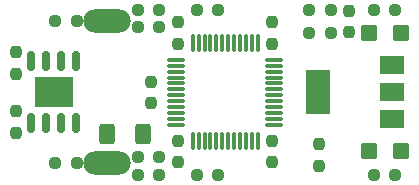
<source format=gts>
%TF.GenerationSoftware,KiCad,Pcbnew,(6.0.0)*%
%TF.CreationDate,2025-09-03T22:59:35+02:00*%
%TF.ProjectId,Smart Servo Control Board Rev.1,536d6172-7420-4536-9572-766f20436f6e,rev?*%
%TF.SameCoordinates,Original*%
%TF.FileFunction,Soldermask,Top*%
%TF.FilePolarity,Negative*%
%FSLAX46Y46*%
G04 Gerber Fmt 4.6, Leading zero omitted, Abs format (unit mm)*
G04 Created by KiCad (PCBNEW (6.0.0)) date 2025-09-03 22:59:35*
%MOMM*%
%LPD*%
G01*
G04 APERTURE LIST*
G04 Aperture macros list*
%AMRoundRect*
0 Rectangle with rounded corners*
0 $1 Rounding radius*
0 $2 $3 $4 $5 $6 $7 $8 $9 X,Y pos of 4 corners*
0 Add a 4 corners polygon primitive as box body*
4,1,4,$2,$3,$4,$5,$6,$7,$8,$9,$2,$3,0*
0 Add four circle primitives for the rounded corners*
1,1,$1+$1,$2,$3*
1,1,$1+$1,$4,$5*
1,1,$1+$1,$6,$7*
1,1,$1+$1,$8,$9*
0 Add four rect primitives between the rounded corners*
20,1,$1+$1,$2,$3,$4,$5,0*
20,1,$1+$1,$4,$5,$6,$7,0*
20,1,$1+$1,$6,$7,$8,$9,0*
20,1,$1+$1,$8,$9,$2,$3,0*%
G04 Aperture macros list end*
%ADD10RoundRect,0.150000X-0.150000X0.662500X-0.150000X-0.662500X0.150000X-0.662500X0.150000X0.662500X0*%
%ADD11R,3.200000X2.514000*%
%ADD12RoundRect,0.237500X0.250000X0.237500X-0.250000X0.237500X-0.250000X-0.237500X0.250000X-0.237500X0*%
%ADD13RoundRect,0.237500X-0.250000X-0.237500X0.250000X-0.237500X0.250000X0.237500X-0.250000X0.237500X0*%
%ADD14RoundRect,0.237500X-0.237500X0.250000X-0.237500X-0.250000X0.237500X-0.250000X0.237500X0.250000X0*%
%ADD15O,4.000000X2.000000*%
%ADD16RoundRect,0.250000X-0.400000X-0.625000X0.400000X-0.625000X0.400000X0.625000X-0.400000X0.625000X0*%
%ADD17RoundRect,0.250000X-0.450000X-0.425000X0.450000X-0.425000X0.450000X0.425000X-0.450000X0.425000X0*%
%ADD18R,2.000000X1.500000*%
%ADD19R,2.000000X3.800000*%
%ADD20RoundRect,0.237500X0.237500X-0.250000X0.237500X0.250000X-0.237500X0.250000X-0.237500X-0.250000X0*%
%ADD21RoundRect,0.075000X-0.075000X0.662500X-0.075000X-0.662500X0.075000X-0.662500X0.075000X0.662500X0*%
%ADD22RoundRect,0.075000X-0.662500X0.075000X-0.662500X-0.075000X0.662500X-0.075000X0.662500X0.075000X0*%
G04 APERTURE END LIST*
D10*
%TO.C,U2*%
X40905000Y-34862500D03*
X39635000Y-34862500D03*
X38365000Y-34862500D03*
X37095000Y-34862500D03*
X37095000Y-40137500D03*
X38365000Y-40137500D03*
X39635000Y-40137500D03*
X40905000Y-40137500D03*
D11*
X39000000Y-37500000D03*
%TD*%
D12*
%TO.C,C11*%
X47912500Y-43000000D03*
X46087500Y-43000000D03*
%TD*%
D13*
%TO.C,R10*%
X51087500Y-44500000D03*
X52912500Y-44500000D03*
%TD*%
D14*
%TO.C,C9*%
X47250000Y-36587500D03*
X47250000Y-38412500D03*
%TD*%
D15*
%TO.C,J2*%
X43500000Y-31500000D03*
X43500000Y-43500000D03*
%TD*%
D13*
%TO.C,C16*%
X66087500Y-44500000D03*
X67912500Y-44500000D03*
%TD*%
D16*
%TO.C,R4*%
X43450000Y-41000000D03*
X46550000Y-41000000D03*
%TD*%
D12*
%TO.C,L1*%
X40912500Y-31500000D03*
X39087500Y-31500000D03*
%TD*%
D13*
%TO.C,R9*%
X46087500Y-44500000D03*
X47912500Y-44500000D03*
%TD*%
D14*
%TO.C,C3*%
X57500000Y-31587500D03*
X57500000Y-33412500D03*
%TD*%
%TO.C,C10*%
X35750000Y-34087500D03*
X35750000Y-35912500D03*
%TD*%
D13*
%TO.C,C15*%
X66087500Y-30500000D03*
X67912500Y-30500000D03*
%TD*%
D14*
%TO.C,C7*%
X64000000Y-30587500D03*
X64000000Y-32412500D03*
%TD*%
D13*
%TO.C,R6*%
X51087500Y-30500000D03*
X52912500Y-30500000D03*
%TD*%
D17*
%TO.C,C17*%
X65650000Y-42500000D03*
X68350000Y-42500000D03*
%TD*%
D18*
%TO.C,U4*%
X67650000Y-39800000D03*
D19*
X61350000Y-37500000D03*
D18*
X67650000Y-37500000D03*
X67650000Y-35200000D03*
%TD*%
D13*
%TO.C,R7*%
X60587500Y-30500000D03*
X62412500Y-30500000D03*
%TD*%
D20*
%TO.C,C12*%
X61400000Y-43712500D03*
X61400000Y-41887500D03*
%TD*%
D13*
%TO.C,C8*%
X46087500Y-32000000D03*
X47912500Y-32000000D03*
%TD*%
D14*
%TO.C,C2*%
X35750000Y-39087500D03*
X35750000Y-40912500D03*
%TD*%
D12*
%TO.C,L2*%
X40912500Y-43500000D03*
X39087500Y-43500000D03*
%TD*%
D17*
%TO.C,C14*%
X65650000Y-32500000D03*
X68350000Y-32500000D03*
%TD*%
D20*
%TO.C,C1*%
X49500000Y-43412500D03*
X49500000Y-41587500D03*
%TD*%
D13*
%TO.C,R5*%
X46087500Y-30500000D03*
X47912500Y-30500000D03*
%TD*%
D20*
%TO.C,C5*%
X57500000Y-43412500D03*
X57500000Y-41587500D03*
%TD*%
D21*
%TO.C,U1*%
X56250000Y-33337500D03*
X55750000Y-33337500D03*
X55250000Y-33337500D03*
X54750000Y-33337500D03*
X54250000Y-33337500D03*
X53750000Y-33337500D03*
X53250000Y-33337500D03*
X52750000Y-33337500D03*
X52250000Y-33337500D03*
X51750000Y-33337500D03*
X51250000Y-33337500D03*
X50750000Y-33337500D03*
D22*
X49337500Y-34750000D03*
X49337500Y-35250000D03*
X49337500Y-35750000D03*
X49337500Y-36250000D03*
X49337500Y-36750000D03*
X49337500Y-37250000D03*
X49337500Y-37750000D03*
X49337500Y-38250000D03*
X49337500Y-38750000D03*
X49337500Y-39250000D03*
X49337500Y-39750000D03*
X49337500Y-40250000D03*
D21*
X50750000Y-41662500D03*
X51250000Y-41662500D03*
X51750000Y-41662500D03*
X52250000Y-41662500D03*
X52750000Y-41662500D03*
X53250000Y-41662500D03*
X53750000Y-41662500D03*
X54250000Y-41662500D03*
X54750000Y-41662500D03*
X55250000Y-41662500D03*
X55750000Y-41662500D03*
X56250000Y-41662500D03*
D22*
X57662500Y-40250000D03*
X57662500Y-39750000D03*
X57662500Y-39250000D03*
X57662500Y-38750000D03*
X57662500Y-38250000D03*
X57662500Y-37750000D03*
X57662500Y-37250000D03*
X57662500Y-36750000D03*
X57662500Y-36250000D03*
X57662500Y-35750000D03*
X57662500Y-35250000D03*
X57662500Y-34750000D03*
%TD*%
D13*
%TO.C,R8*%
X60587500Y-32500000D03*
X62412500Y-32500000D03*
%TD*%
D14*
%TO.C,C4*%
X49500000Y-31587500D03*
X49500000Y-33412500D03*
%TD*%
M02*

</source>
